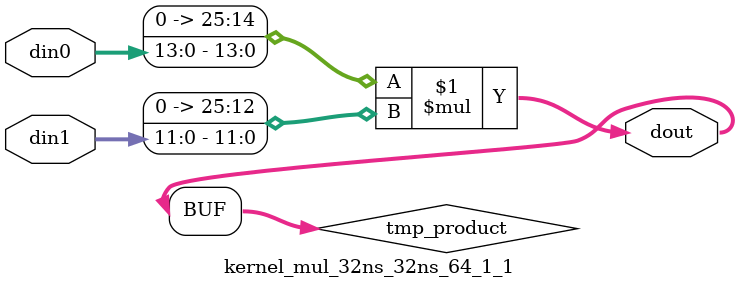
<source format=v>

`timescale 1 ns / 1 ps

  module kernel_mul_32ns_32ns_64_1_1(din0, din1, dout);
parameter ID = 1;
parameter NUM_STAGE = 0;
parameter din0_WIDTH = 14;
parameter din1_WIDTH = 12;
parameter dout_WIDTH = 26;

input [din0_WIDTH - 1 : 0] din0; 
input [din1_WIDTH - 1 : 0] din1; 
output [dout_WIDTH - 1 : 0] dout;

wire signed [dout_WIDTH - 1 : 0] tmp_product;










assign tmp_product = $signed({1'b0, din0}) * $signed({1'b0, din1});











assign dout = tmp_product;







endmodule

</source>
